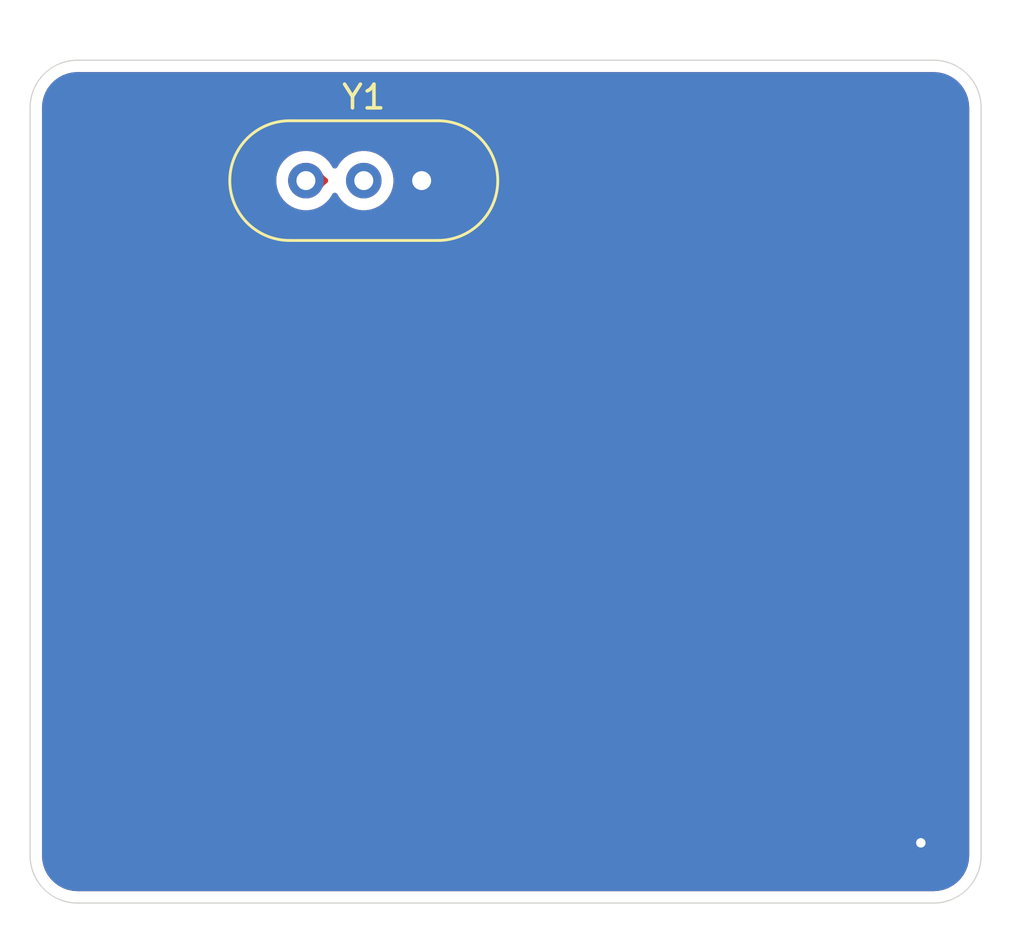
<source format=kicad_pcb>
(kicad_pcb (version 20241228) (generator "pcbnew") (generator_version "9.0")
  (layers (0 "F.Cu" signal) (2 "B.Cu" signal) (13 "F.Paste" user) (15 "B.Paste" user) (5 "F.SilkS" user "F.Silkscreen") (7 "B.SilkS" user "B.Silkscreen") (1 "F.Mask" user) (3 "B.Mask" user) (25 "Edge.Cuts" user) (39 "User.1" signal) (41 "User.2" signal) (43 "User.3" signal) (45 "User.4" signal) (47 "User.5" signal) (49 "User.6" signal) (51 "User.7" signal) (53 "User.8" signal) (55 "User.9" signal))
  (net 0 "")
  (net 1 "/NET1")
  (net 2 "GND")
  (net 3 "/NET2")
  (footprint "Crystal:Crystal_HC49-U-3Pin_Vertical" (layer "F.Cu") (at 11.63 5.08)
    (property "Reference" "Y1" (at 2.44 -3.525 0) (layer "F.SilkS"))
    (property "Value" "Crystal_GND3" (hide yes))
    (fp_line (start -0.685 -2.525) (end 5.565 -2.525) (stroke (width 0.12)) (layer "F.SilkS"))
    (fp_line (start -0.685 2.525) (end 5.565 2.525) (stroke (width 0.12)) (layer "F.SilkS"))
    (fp_arc (start -0.685 2.525) (mid -3.21 0) (end -0.685 -2.525) (stroke (width 0.12)) (layer "F.SilkS"))
    (fp_arc (start 5.565 -2.525) (mid 8.09 0) (end 5.565 2.525) (stroke (width 0.12)) (layer "F.SilkS"))
    (pad "1" thru_hole circle (at 0 0) (size 1.5 1.5) (drill 0.8) (layers "*.Cu" "*.Mask") (net 1 "/NET1"))
    (pad "2" thru_hole circle (at 2.44 0) (size 1.5 1.5) (drill 0.8) (layers "*.Cu" "*.Mask") (net 3 "/NET2"))
    (pad "3" thru_hole circle (at 4.88 0) (size 1.5 1.5) (drill 0.8) (layers "*.Cu" "*.Mask") (net 2 "GND"))
  )
  (gr_line (start 38.1 35.56) (end 2 35.56) (stroke (width 0.05)) (layer "Edge.Cuts"))
  (gr_line (start 2 0) (end 38.1 0) (stroke (width 0.05)) (layer "Edge.Cuts"))
  (gr_arc (start 2 35.56) (mid 0.585786 34.974214) (end 0 33.56) (stroke (width 0.05)) (layer "Edge.Cuts"))
  (gr_arc (start 40.1 33.56) (mid 39.514214 34.974214) (end 38.1 35.56) (stroke (width 0.05)) (layer "Edge.Cuts"))
  (gr_line (start 0 33.56) (end 0 2) (stroke (width 0.05)) (layer "Edge.Cuts"))
  (gr_arc (start 0 2) (mid 0.585786 0.585786) (end 2 0) (stroke (width 0.05)) (layer "Edge.Cuts"))
  (gr_arc (start 38.1 0) (mid 39.514214 0.585786) (end 40.1 2) (stroke (width 0.05)) (layer "Edge.Cuts"))
  (gr_line (start 40.1 2) (end 40.1 33.56) (stroke (width 0.05)) (layer "Edge.Cuts"))
  (via (at 37.56 33.02) (size 0.8) (drill 0.4) (layers "F.Cu" "B.Cu") (net 2))
  (zone (net 0) (net_name "") (layer "F.Cu") (connect_pads (clearance 0)) (min_thickness 0.25)
    (keepout (tracks not_allowed) (vias not_allowed) (pads not_allowed) (copperpour not_allowed) (footprints allowed))
    (fill (thermal_gap 0.5) (thermal_bridge_width 0.5) (island_removal_mode 1) (island_area_min 10))
    (polygon (pts (xy 17.78 13.97) (xy 27.94 3.81) (xy 27.94 21.59) (xy 17.78 21.59)))
  )
  (zone (net 1) (net_name "/NET1") (layer "F.Cu") (name "Zinside") (connect_pads yes (clearance 0.5)) (min_thickness 0.25) (fill yes (thermal_gap 0.5) (thermal_bridge_width 0.5) (island_removal_mode 1) (island_area_min 10))
    (polygon (pts (xy 6.35 -2.54) (xy 6.35 8.89) (xy 34.29 8.89) (xy 34.29 -2.54)))
  )
  (zone (net 2) (net_name "GND") (layers "F&B.Cu") (name "Zoutside") (priority 1) (connect_pads yes (clearance 0.5)) (min_thickness 0.25) (fill yes (thermal_gap 0.5) (thermal_bridge_width 0.5) (island_removal_mode 1) (island_area_min 10))
    (polygon (pts (xy -1.27 -1.27) (xy 41.91 -1.27) (xy 41.91 36.83) (xy -1.27 36.83)))
  )
)
</source>
